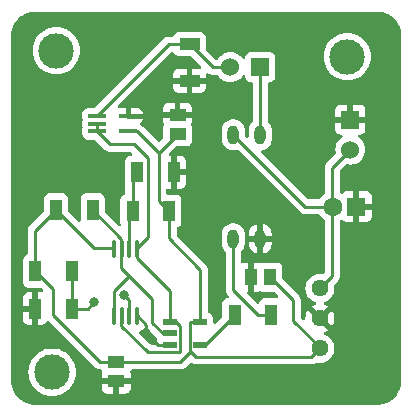
<source format=gbr>
%TF.GenerationSoftware,KiCad,Pcbnew,8.0.2*%
%TF.CreationDate,2024-06-16T16:48:48+02:00*%
%TF.ProjectId,SCS LEDs,53435320-4c45-4447-932e-6b696361645f,rev?*%
%TF.SameCoordinates,Original*%
%TF.FileFunction,Copper,L1,Top*%
%TF.FilePolarity,Positive*%
%FSLAX46Y46*%
G04 Gerber Fmt 4.6, Leading zero omitted, Abs format (unit mm)*
G04 Created by KiCad (PCBNEW 8.0.2) date 2024-06-16 16:48:48*
%MOMM*%
%LPD*%
G01*
G04 APERTURE LIST*
G04 Aperture macros list*
%AMRoundRect*
0 Rectangle with rounded corners*
0 $1 Rounding radius*
0 $2 $3 $4 $5 $6 $7 $8 $9 X,Y pos of 4 corners*
0 Add a 4 corners polygon primitive as box body*
4,1,4,$2,$3,$4,$5,$6,$7,$8,$9,$2,$3,0*
0 Add four circle primitives for the rounded corners*
1,1,$1+$1,$2,$3*
1,1,$1+$1,$4,$5*
1,1,$1+$1,$6,$7*
1,1,$1+$1,$8,$9*
0 Add four rect primitives between the rounded corners*
20,1,$1+$1,$2,$3,$4,$5,0*
20,1,$1+$1,$4,$5,$6,$7,0*
20,1,$1+$1,$6,$7,$8,$9,0*
20,1,$1+$1,$8,$9,$2,$3,0*%
G04 Aperture macros list end*
%TA.AperFunction,SMDPad,CuDef*%
%ADD10RoundRect,0.100000X0.100000X-0.637500X0.100000X0.637500X-0.100000X0.637500X-0.100000X-0.637500X0*%
%TD*%
%TA.AperFunction,SMDPad,CuDef*%
%ADD11R,1.050000X1.800000*%
%TD*%
%TA.AperFunction,ComponentPad*%
%ADD12R,1.600000X1.600000*%
%TD*%
%TA.AperFunction,ComponentPad*%
%ADD13C,1.600000*%
%TD*%
%TA.AperFunction,SMDPad,CuDef*%
%ADD14O,0.950000X1.600000*%
%TD*%
%TA.AperFunction,SMDPad,CuDef*%
%ADD15R,1.150000X0.600000*%
%TD*%
%TA.AperFunction,ComponentPad*%
%ADD16R,1.530000X1.530000*%
%TD*%
%TA.AperFunction,ComponentPad*%
%ADD17C,1.530000*%
%TD*%
%TA.AperFunction,SMDPad,CuDef*%
%ADD18R,1.470000X1.070000*%
%TD*%
%TA.AperFunction,ComponentPad*%
%ADD19C,3.000000*%
%TD*%
%TA.AperFunction,SMDPad,CuDef*%
%ADD20R,1.070000X1.470000*%
%TD*%
%TA.AperFunction,SMDPad,CuDef*%
%ADD21R,1.800000X1.050000*%
%TD*%
%TA.AperFunction,ComponentPad*%
%ADD22C,1.440000*%
%TD*%
%TA.AperFunction,SMDPad,CuDef*%
%ADD23RoundRect,0.100000X-0.650000X-0.100000X0.650000X-0.100000X0.650000X0.100000X-0.650000X0.100000X0*%
%TD*%
%TA.AperFunction,ViaPad*%
%ADD24C,0.800000*%
%TD*%
%TA.AperFunction,Conductor*%
%ADD25C,0.250000*%
%TD*%
G04 APERTURE END LIST*
D10*
%TO.P,U2,1*%
%TO.N,/SCS_Failure*%
X76520000Y-73805100D03*
%TO.P,U2,2,-*%
%TO.N,/LED_On*%
X77170000Y-73805100D03*
%TO.P,U2,3,+*%
%TO.N,/0.75V*%
X77820000Y-73805100D03*
%TO.P,U2,4,V-*%
%TO.N,GND*%
X78470000Y-73805100D03*
%TO.P,U2,5,+*%
%TO.N,/LED_On*%
X78470000Y-68080100D03*
%TO.P,U2,6,-*%
%TO.N,/4.25V*%
X77820000Y-68080100D03*
%TO.P,U2,7*%
%TO.N,/SCS_Failure*%
X77170000Y-68080100D03*
%TO.P,U2,8,V+*%
%TO.N,+5V*%
X76520000Y-68080100D03*
%TD*%
D11*
%TO.P,R1,1*%
%TO.N,Net-(K1-+_CONTROL)*%
X89815000Y-73660000D03*
%TO.P,R1,2*%
%TO.N,Net-(G1-Y)*%
X86715000Y-73660000D03*
%TD*%
D12*
%TO.P,C1,1*%
%TO.N,GND*%
X97028000Y-64516000D03*
D13*
%TO.P,C1,2*%
%TO.N,+12V*%
X95028000Y-64516000D03*
%TD*%
D11*
%TO.P,R3,1*%
%TO.N,+5V*%
X71602000Y-64770000D03*
%TO.P,R3,2*%
%TO.N,/SCS_Failure*%
X74702000Y-64770000D03*
%TD*%
D14*
%TO.P,K1,1,+_CONTROL*%
%TO.N,Net-(K1-+_CONTROL)*%
X86614000Y-67220000D03*
%TO.P,K1,2,-_CONTROL*%
%TO.N,GND*%
X88900000Y-67220000D03*
%TO.P,K1,3,LOAD_1*%
%TO.N,/LED_Power*%
X88900000Y-58420000D03*
%TO.P,K1,4,LOAD_2*%
%TO.N,+12V*%
X86614000Y-58420000D03*
%TD*%
D15*
%TO.P,G1,1,A*%
%TO.N,/LED_On*%
X81220000Y-74300000D03*
%TO.P,G1,2,B*%
%TO.N,/SCS_Failure*%
X81220000Y-75250000D03*
%TO.P,G1,3,GND*%
%TO.N,GND*%
X81220000Y-76200000D03*
%TO.P,G1,4,Y*%
%TO.N,Net-(G1-Y)*%
X83820000Y-76200000D03*
%TO.P,G1,5,VCC*%
%TO.N,+5V*%
X83820000Y-74300000D03*
%TD*%
D16*
%TO.P,J1,1,1*%
%TO.N,/LED_Power*%
X88900000Y-52705000D03*
D17*
%TO.P,J1,2,2*%
%TO.N,/Raw_LED_On*%
X86360000Y-52705000D03*
%TD*%
D18*
%TO.P,C4,1*%
%TO.N,GND*%
X81889600Y-56736400D03*
%TO.P,C4,2*%
%TO.N,+5V*%
X81889600Y-58376400D03*
%TD*%
D11*
%TO.P,R5,1*%
%TO.N,GND*%
X69824000Y-73152000D03*
%TO.P,R5,2*%
%TO.N,/0.75V*%
X72924000Y-73152000D03*
%TD*%
D19*
%TO.P,,1*%
%TO.N,N/C*%
X71628000Y-51308000D03*
%TD*%
%TO.P,,1*%
%TO.N,N/C*%
X96266000Y-51816000D03*
%TD*%
D11*
%TO.P,R4,1*%
%TO.N,/0.75V*%
X72924000Y-69977000D03*
%TO.P,R4,2*%
%TO.N,+5V*%
X69824000Y-69977000D03*
%TD*%
D18*
%TO.P,C3,1*%
%TO.N,GND*%
X76708000Y-79306000D03*
%TO.P,C3,2*%
%TO.N,+5V*%
X76708000Y-77666000D03*
%TD*%
D11*
%TO.P,R7,1*%
%TO.N,GND*%
X81560000Y-61595000D03*
%TO.P,R7,2*%
%TO.N,/4.25V*%
X78460000Y-61595000D03*
%TD*%
D20*
%TO.P,C2,1*%
%TO.N,GND*%
X88080000Y-70485000D03*
%TO.P,C2,2*%
%TO.N,+5V*%
X89720000Y-70485000D03*
%TD*%
D16*
%TO.P,J2,1,1*%
%TO.N,GND*%
X96520000Y-57150000D03*
D17*
%TO.P,J2,2,2*%
%TO.N,+12V*%
X96520000Y-59690000D03*
%TD*%
D21*
%TO.P,R2,1*%
%TO.N,/Raw_LED_On*%
X82905600Y-50748600D03*
%TO.P,R2,2*%
%TO.N,GND*%
X82905600Y-53848600D03*
%TD*%
D11*
%TO.P,R6,1*%
%TO.N,/4.25V*%
X78079000Y-64897000D03*
%TO.P,R6,2*%
%TO.N,+5V*%
X81179000Y-64897000D03*
%TD*%
D22*
%TO.P,U3,1,+VIN*%
%TO.N,+12V*%
X93948000Y-71435500D03*
%TO.P,U3,2,GND*%
%TO.N,GND*%
X93948000Y-73975500D03*
%TO.P,U3,3,+VOUT*%
%TO.N,+5V*%
X93948000Y-76515500D03*
%TD*%
D19*
%TO.P,,1*%
%TO.N,N/C*%
X71272400Y-78536800D03*
%TD*%
D23*
%TO.P,U1,1,+*%
%TO.N,/Raw_LED_On*%
X75073200Y-56855600D03*
%TO.P,U1,2,-*%
%TO.N,/LED_On*%
X75073200Y-57505600D03*
%TO.P,U1,3*%
X75073200Y-58155600D03*
%TO.P,U1,4,V+*%
%TO.N,+5V*%
X77733200Y-58155600D03*
%TO.P,U1,5,V-*%
%TO.N,GND*%
X77733200Y-56855600D03*
%TD*%
D24*
%TO.N,GND*%
X83058000Y-78994000D03*
X79248000Y-75184000D03*
%TO.N,/0.75V*%
X77368400Y-71983600D03*
X74828400Y-72593200D03*
%TD*%
D25*
%TO.N,+5V*%
X78501000Y-58155600D02*
X80290000Y-59944600D01*
X83445799Y-77235499D02*
X93228001Y-77235499D01*
X71374000Y-73677000D02*
X71374000Y-71527000D01*
X83820000Y-74300000D02*
X83369200Y-74300000D01*
X82918300Y-76708000D02*
X83445799Y-77235499D01*
X80290000Y-59976000D02*
X81889600Y-58376400D01*
X74835500Y-68003500D02*
X76495000Y-68003500D01*
X71374000Y-71527000D02*
X69824000Y-69977000D01*
X93948000Y-76515500D02*
X93948000Y-76422000D01*
X69824000Y-66548000D02*
X71602000Y-64770000D01*
X82918300Y-76854400D02*
X82106700Y-77666000D01*
X83820000Y-69850000D02*
X83820000Y-74300000D01*
X81179000Y-67209000D02*
X83820000Y-69850000D01*
X81179000Y-64897000D02*
X80290000Y-64008000D01*
X80290000Y-59944600D02*
X80290000Y-59976000D01*
X80290000Y-64008000D02*
X80290000Y-59976000D01*
X83369200Y-74300000D02*
X82918300Y-74300000D01*
X76708000Y-77666000D02*
X75363000Y-77666000D01*
X71602000Y-64770000D02*
X74835500Y-68003500D01*
X93228001Y-77235499D02*
X93948000Y-76515500D01*
X82106700Y-77666000D02*
X76708000Y-77666000D01*
X82918300Y-76708000D02*
X82918300Y-74300000D01*
X81179000Y-64897000D02*
X81179000Y-67209000D01*
X75363000Y-77666000D02*
X71374000Y-73677000D01*
X91694000Y-74168000D02*
X91694000Y-72459000D01*
X69824000Y-69977000D02*
X69824000Y-66548000D01*
X93948000Y-76422000D02*
X91694000Y-74168000D01*
X91694000Y-72459000D02*
X89720000Y-70485000D01*
X77733200Y-58155600D02*
X78501000Y-58155600D01*
X82918300Y-76854400D02*
X82918300Y-76708000D01*
%TO.N,/LED_On*%
X78445000Y-68892500D02*
X81220000Y-71667500D01*
X79365000Y-76825000D02*
X77145000Y-74605000D01*
X75073200Y-57505600D02*
X75073200Y-58155600D01*
X75073200Y-58155600D02*
X76150400Y-59232800D01*
X79375000Y-67073500D02*
X78445000Y-68003500D01*
X82120000Y-74625000D02*
X82120000Y-76825000D01*
X76150400Y-59232800D02*
X78172800Y-59232800D01*
X77145000Y-74605000D02*
X77145000Y-73728500D01*
X81220000Y-74300000D02*
X81795000Y-74300000D01*
X82120000Y-76825000D02*
X79365000Y-76825000D01*
X78445000Y-68003500D02*
X78445000Y-68892500D01*
X78172800Y-59232800D02*
X79375000Y-60435000D01*
X81795000Y-74300000D02*
X82120000Y-74625000D01*
X79375000Y-60435000D02*
X79375000Y-67073500D01*
X81220000Y-71667500D02*
X81220000Y-74300000D01*
%TO.N,GND*%
X80264000Y-76200000D02*
X81220000Y-76200000D01*
X79248000Y-75184000D02*
X79248000Y-74531500D01*
X79248000Y-75184000D02*
X80264000Y-76200000D01*
X79248000Y-74531500D02*
X78445000Y-73728500D01*
%TO.N,Net-(G1-Y)*%
X84175000Y-76200000D02*
X83820000Y-76200000D01*
X86715000Y-73660000D02*
X84175000Y-76200000D01*
%TO.N,+12V*%
X94996000Y-64484000D02*
X94996000Y-61214000D01*
X92710000Y-64516000D02*
X95028000Y-64516000D01*
X94996000Y-64548000D02*
X95028000Y-64516000D01*
X86614000Y-58420000D02*
X92710000Y-64516000D01*
X95028000Y-64516000D02*
X94996000Y-64484000D01*
X94996000Y-61214000D02*
X96520000Y-59690000D01*
X93948000Y-71435500D02*
X94996000Y-70387500D01*
X94996000Y-70387500D02*
X94996000Y-64548000D01*
%TO.N,/SCS_Failure*%
X77145000Y-69728200D02*
X77774800Y-70358000D01*
X76520000Y-71633000D02*
X76520000Y-73805100D01*
X77795000Y-70358000D02*
X79756000Y-72319000D01*
X77145000Y-67266001D02*
X77145000Y-69728200D01*
X77774800Y-70358000D02*
X77795000Y-70358000D01*
X80628406Y-75250000D02*
X81220000Y-75250000D01*
X77795000Y-70358000D02*
X76520000Y-71633000D01*
X74702000Y-64823001D02*
X77145000Y-67266001D01*
X79756000Y-72319000D02*
X79756000Y-74377594D01*
X74702000Y-64770000D02*
X74702000Y-64823001D01*
X79756000Y-74377594D02*
X80628406Y-75250000D01*
%TO.N,/Raw_LED_On*%
X82905600Y-50748600D02*
X81180200Y-50748600D01*
X86360000Y-52705000D02*
X84862000Y-52705000D01*
X84862000Y-52705000D02*
X82905600Y-50748600D01*
X81180200Y-50748600D02*
X75073200Y-56855600D01*
%TO.N,/LED_Power*%
X88900000Y-52705000D02*
X88900000Y-58420000D01*
%TO.N,Net-(K1-+_CONTROL)*%
X88683300Y-73660000D02*
X86614000Y-71590700D01*
X86614000Y-71590700D02*
X86614000Y-67220000D01*
X89815000Y-73660000D02*
X88683300Y-73660000D01*
%TO.N,/0.75V*%
X72924000Y-69977000D02*
X72924000Y-73152000D01*
X77368400Y-71983600D02*
X77820000Y-72435200D01*
X74269600Y-73152000D02*
X72924000Y-73152000D01*
X77820000Y-72435200D02*
X77820000Y-73805100D01*
X74828400Y-72593200D02*
X74269600Y-73152000D01*
%TO.N,/4.25V*%
X78079000Y-61976000D02*
X78079000Y-64897000D01*
X77820000Y-68080100D02*
X77820000Y-65156000D01*
X78460000Y-61595000D02*
X78079000Y-61976000D01*
X77820000Y-65156000D02*
X78079000Y-64897000D01*
%TD*%
%TA.AperFunction,Conductor*%
%TO.N,GND*%
G36*
X79258831Y-74763185D02*
G01*
X79265909Y-74771921D01*
X79266278Y-74771619D01*
X79270139Y-74776323D01*
X79270142Y-74776327D01*
X79357267Y-74863452D01*
X79357269Y-74863453D01*
X79364335Y-74870519D01*
X79364334Y-74870519D01*
X79364338Y-74870522D01*
X80131602Y-75637787D01*
X80160065Y-75682032D01*
X80160157Y-75682278D01*
X80165202Y-75751965D01*
X80160196Y-75769044D01*
X80151402Y-75792623D01*
X80151401Y-75792624D01*
X80145000Y-75852155D01*
X80145000Y-76075500D01*
X80125315Y-76142539D01*
X80072511Y-76188294D01*
X80021000Y-76199500D01*
X79675452Y-76199500D01*
X79608413Y-76179815D01*
X79587771Y-76163181D01*
X78661525Y-75236935D01*
X78628040Y-75175612D01*
X78633024Y-75105920D01*
X78674896Y-75049987D01*
X78719471Y-75031839D01*
X78718780Y-75029260D01*
X78726633Y-75027155D01*
X78872585Y-74966700D01*
X78997926Y-74870523D01*
X79071737Y-74774331D01*
X79128165Y-74733128D01*
X79197911Y-74728973D01*
X79258831Y-74763185D01*
G37*
%TD.AperFunction*%
%TA.AperFunction,Conductor*%
G36*
X81484572Y-51431331D02*
G01*
X81540505Y-51473203D01*
X81557419Y-51504176D01*
X81561803Y-51515929D01*
X81561806Y-51515935D01*
X81648052Y-51631144D01*
X81648055Y-51631147D01*
X81763264Y-51717393D01*
X81763271Y-51717397D01*
X81898117Y-51767691D01*
X81898116Y-51767691D01*
X81905044Y-51768435D01*
X81957727Y-51774100D01*
X82995146Y-51774099D01*
X83062185Y-51793783D01*
X83082827Y-51810418D01*
X83884328Y-52611919D01*
X83917813Y-52673242D01*
X83912829Y-52742934D01*
X83870957Y-52798867D01*
X83805493Y-52823284D01*
X83796647Y-52823600D01*
X83155600Y-52823600D01*
X83155600Y-53598600D01*
X84305600Y-53598600D01*
X84305600Y-53317495D01*
X84325285Y-53250456D01*
X84378089Y-53204701D01*
X84447247Y-53194757D01*
X84498488Y-53214392D01*
X84565714Y-53259311D01*
X84679548Y-53306463D01*
X84800388Y-53330499D01*
X84800392Y-53330500D01*
X84800393Y-53330500D01*
X84800394Y-53330500D01*
X85188539Y-53330500D01*
X85255578Y-53350185D01*
X85290112Y-53383374D01*
X85386868Y-53521555D01*
X85543445Y-53678132D01*
X85724833Y-53805142D01*
X85845572Y-53861443D01*
X85925513Y-53898720D01*
X85925515Y-53898720D01*
X85925520Y-53898723D01*
X86139409Y-53956035D01*
X86296974Y-53969820D01*
X86359998Y-53975334D01*
X86360000Y-53975334D01*
X86360002Y-53975334D01*
X86415276Y-53970498D01*
X86580591Y-53956035D01*
X86794480Y-53898723D01*
X86995167Y-53805142D01*
X87176555Y-53678132D01*
X87333132Y-53521555D01*
X87408928Y-53413307D01*
X87463501Y-53369685D01*
X87533000Y-53362491D01*
X87595355Y-53394013D01*
X87630769Y-53454243D01*
X87634500Y-53484430D01*
X87634500Y-53517868D01*
X87634501Y-53517876D01*
X87640908Y-53577483D01*
X87691202Y-53712328D01*
X87691206Y-53712335D01*
X87777452Y-53827544D01*
X87777455Y-53827547D01*
X87892664Y-53913793D01*
X87892671Y-53913797D01*
X87937618Y-53930561D01*
X88027517Y-53964091D01*
X88087127Y-53970500D01*
X88150500Y-53970499D01*
X88217538Y-53990183D01*
X88263294Y-54042986D01*
X88274500Y-54094499D01*
X88274500Y-57289572D01*
X88254815Y-57356611D01*
X88238181Y-57377253D01*
X88142282Y-57473151D01*
X88142279Y-57473155D01*
X88035521Y-57632929D01*
X88035520Y-57632931D01*
X87961989Y-57810452D01*
X87961986Y-57810464D01*
X87924500Y-57998917D01*
X87924500Y-58546548D01*
X87904815Y-58613587D01*
X87852011Y-58659342D01*
X87782853Y-58669286D01*
X87719297Y-58640261D01*
X87712819Y-58634229D01*
X87625819Y-58547229D01*
X87592334Y-58485906D01*
X87589500Y-58459548D01*
X87589500Y-57998919D01*
X87589499Y-57998917D01*
X87565457Y-57878050D01*
X87552012Y-57810457D01*
X87540701Y-57783150D01*
X87478479Y-57632931D01*
X87478478Y-57632929D01*
X87474727Y-57627316D01*
X87371720Y-57473155D01*
X87371717Y-57473151D01*
X87235848Y-57337282D01*
X87235844Y-57337279D01*
X87076070Y-57230521D01*
X87076068Y-57230520D01*
X86898547Y-57156989D01*
X86898535Y-57156986D01*
X86710081Y-57119500D01*
X86710078Y-57119500D01*
X86517922Y-57119500D01*
X86517919Y-57119500D01*
X86329464Y-57156986D01*
X86329452Y-57156989D01*
X86151931Y-57230520D01*
X86151929Y-57230521D01*
X85992155Y-57337279D01*
X85992151Y-57337282D01*
X85856282Y-57473151D01*
X85856279Y-57473155D01*
X85749521Y-57632929D01*
X85749520Y-57632931D01*
X85675989Y-57810452D01*
X85675986Y-57810464D01*
X85638500Y-57998917D01*
X85638500Y-58841082D01*
X85675986Y-59029535D01*
X85675989Y-59029547D01*
X85749520Y-59207068D01*
X85749521Y-59207070D01*
X85856279Y-59366844D01*
X85856282Y-59366848D01*
X85992151Y-59502717D01*
X85992155Y-59502720D01*
X86151927Y-59609477D01*
X86151928Y-59609477D01*
X86151929Y-59609478D01*
X86151931Y-59609479D01*
X86205165Y-59631529D01*
X86329457Y-59683012D01*
X86483817Y-59713716D01*
X86517917Y-59720499D01*
X86517920Y-59720500D01*
X86517922Y-59720500D01*
X86710080Y-59720500D01*
X86710081Y-59720499D01*
X86898543Y-59683012D01*
X86898550Y-59683008D01*
X86899439Y-59682740D01*
X86899935Y-59682735D01*
X86904518Y-59681824D01*
X86904690Y-59682692D01*
X86969306Y-59682110D01*
X87023126Y-59713716D01*
X92221016Y-64911606D01*
X92221045Y-64911637D01*
X92311264Y-65001856D01*
X92311267Y-65001858D01*
X92359157Y-65033857D01*
X92413715Y-65070312D01*
X92471855Y-65094394D01*
X92527548Y-65117463D01*
X92587971Y-65129481D01*
X92648393Y-65141500D01*
X92648394Y-65141500D01*
X93813812Y-65141500D01*
X93880851Y-65161185D01*
X93915387Y-65194377D01*
X94027954Y-65355141D01*
X94188857Y-65516044D01*
X94188860Y-65516046D01*
X94188861Y-65516047D01*
X94317623Y-65606206D01*
X94361248Y-65660781D01*
X94370500Y-65707780D01*
X94370500Y-70077046D01*
X94350815Y-70144085D01*
X94334180Y-70164728D01*
X94297500Y-70201407D01*
X94236176Y-70234892D01*
X94177731Y-70233501D01*
X94160754Y-70228952D01*
X94160741Y-70228950D01*
X93948002Y-70210338D01*
X93947998Y-70210338D01*
X93735258Y-70228950D01*
X93735247Y-70228952D01*
X93528977Y-70284221D01*
X93528968Y-70284225D01*
X93335421Y-70374477D01*
X93160478Y-70496972D01*
X93009472Y-70647978D01*
X92886977Y-70822921D01*
X92796725Y-71016468D01*
X92796721Y-71016477D01*
X92741452Y-71222747D01*
X92741450Y-71222758D01*
X92722838Y-71435498D01*
X92722838Y-71435501D01*
X92741450Y-71648241D01*
X92741452Y-71648252D01*
X92796721Y-71854522D01*
X92796723Y-71854526D01*
X92796724Y-71854530D01*
X92827399Y-71920312D01*
X92886977Y-72048078D01*
X92886978Y-72048080D01*
X92886979Y-72048081D01*
X92891234Y-72054158D01*
X93009472Y-72223021D01*
X93160478Y-72374027D01*
X93160481Y-72374029D01*
X93335419Y-72496521D01*
X93335421Y-72496522D01*
X93335420Y-72496522D01*
X93380775Y-72517671D01*
X93528970Y-72586776D01*
X93528983Y-72586779D01*
X93534064Y-72588630D01*
X93533390Y-72590478D01*
X93585680Y-72622357D01*
X93616204Y-72685207D01*
X93607903Y-72754582D01*
X93563413Y-72808456D01*
X93533904Y-72821932D01*
X93534236Y-72822842D01*
X93529140Y-72824697D01*
X93335671Y-72914912D01*
X93335669Y-72914913D01*
X93279969Y-72953915D01*
X93279968Y-72953915D01*
X93843085Y-73517031D01*
X93766587Y-73537529D01*
X93659413Y-73599406D01*
X93571906Y-73686913D01*
X93510029Y-73794087D01*
X93489531Y-73870584D01*
X92926415Y-73307468D01*
X92926415Y-73307469D01*
X92887413Y-73363169D01*
X92887412Y-73363171D01*
X92797197Y-73556640D01*
X92797194Y-73556646D01*
X92741945Y-73762837D01*
X92741944Y-73762845D01*
X92723340Y-73975497D01*
X92723340Y-73975503D01*
X92725981Y-74005694D01*
X92712214Y-74074194D01*
X92663598Y-74124376D01*
X92595569Y-74140309D01*
X92529726Y-74116933D01*
X92514772Y-74104181D01*
X92355819Y-73945228D01*
X92322334Y-73883905D01*
X92319500Y-73857547D01*
X92319500Y-72526741D01*
X92319501Y-72526720D01*
X92319501Y-72397391D01*
X92295464Y-72276553D01*
X92295463Y-72276550D01*
X92295463Y-72276549D01*
X92287529Y-72257396D01*
X92287529Y-72257394D01*
X92270466Y-72216200D01*
X92248312Y-72162715D01*
X92248308Y-72162708D01*
X92179858Y-72060267D01*
X92179855Y-72060263D01*
X90791818Y-70672227D01*
X90758333Y-70610904D01*
X90755499Y-70584546D01*
X90755499Y-69702129D01*
X90755498Y-69702123D01*
X90749091Y-69642516D01*
X90698797Y-69507671D01*
X90698793Y-69507664D01*
X90612547Y-69392455D01*
X90612544Y-69392452D01*
X90497335Y-69306206D01*
X90497328Y-69306202D01*
X90362482Y-69255908D01*
X90362483Y-69255908D01*
X90302883Y-69249501D01*
X90302881Y-69249500D01*
X90302873Y-69249500D01*
X90302864Y-69249500D01*
X89137129Y-69249500D01*
X89137123Y-69249501D01*
X89077515Y-69255909D01*
X88942617Y-69306222D01*
X88872926Y-69311206D01*
X88855952Y-69306222D01*
X88722380Y-69256403D01*
X88722372Y-69256401D01*
X88662844Y-69250000D01*
X88330000Y-69250000D01*
X88330000Y-71720000D01*
X88662828Y-71720000D01*
X88662844Y-71719999D01*
X88722372Y-71713598D01*
X88722376Y-71713597D01*
X88855951Y-71663776D01*
X88925642Y-71658792D01*
X88942619Y-71663776D01*
X88942665Y-71663793D01*
X88942669Y-71663796D01*
X89077517Y-71714091D01*
X89137127Y-71720500D01*
X90019546Y-71720499D01*
X90086585Y-71740183D01*
X90107227Y-71756818D01*
X90398228Y-72047819D01*
X90431713Y-72109142D01*
X90426729Y-72178834D01*
X90384857Y-72234767D01*
X90319393Y-72259184D01*
X90310547Y-72259500D01*
X89242129Y-72259500D01*
X89242123Y-72259501D01*
X89182516Y-72265908D01*
X89047671Y-72316202D01*
X89047664Y-72316206D01*
X88932455Y-72402452D01*
X88932452Y-72402455D01*
X88846206Y-72517664D01*
X88846202Y-72517671D01*
X88799361Y-72643260D01*
X88757490Y-72699194D01*
X88692025Y-72723611D01*
X88623752Y-72708759D01*
X88595498Y-72687608D01*
X87816626Y-71908736D01*
X87783141Y-71847413D01*
X87788125Y-71777721D01*
X87816626Y-71733374D01*
X87830000Y-71720000D01*
X87830000Y-69250000D01*
X87497155Y-69250000D01*
X87437627Y-69256401D01*
X87437619Y-69256403D01*
X87406833Y-69267886D01*
X87337141Y-69272870D01*
X87275818Y-69239385D01*
X87242334Y-69178061D01*
X87239500Y-69151704D01*
X87239500Y-68350427D01*
X87259185Y-68283388D01*
X87275814Y-68262750D01*
X87371720Y-68166845D01*
X87478477Y-68007073D01*
X87552012Y-67829543D01*
X87589500Y-67641078D01*
X87589500Y-67641033D01*
X87925000Y-67641033D01*
X87962466Y-67829389D01*
X87962468Y-67829397D01*
X88035964Y-68006833D01*
X88035969Y-68006842D01*
X88142667Y-68166526D01*
X88142670Y-68166530D01*
X88278469Y-68302329D01*
X88278473Y-68302332D01*
X88438157Y-68409030D01*
X88438167Y-68409035D01*
X88615599Y-68482530D01*
X88615606Y-68482533D01*
X88650000Y-68489373D01*
X88650000Y-68489372D01*
X89150000Y-68489372D01*
X89184393Y-68482533D01*
X89184400Y-68482530D01*
X89361832Y-68409035D01*
X89361842Y-68409030D01*
X89521526Y-68302332D01*
X89521530Y-68302329D01*
X89657329Y-68166530D01*
X89657332Y-68166526D01*
X89764030Y-68006842D01*
X89764035Y-68006833D01*
X89837531Y-67829397D01*
X89837533Y-67829389D01*
X89874999Y-67641033D01*
X89875000Y-67641030D01*
X89875000Y-67470000D01*
X89150000Y-67470000D01*
X89150000Y-68489372D01*
X88650000Y-68489372D01*
X88650000Y-67470000D01*
X87925000Y-67470000D01*
X87925000Y-67641033D01*
X87589500Y-67641033D01*
X87589500Y-66798966D01*
X87925000Y-66798966D01*
X87925000Y-66970000D01*
X88650000Y-66970000D01*
X89150000Y-66970000D01*
X89875000Y-66970000D01*
X89875000Y-66798970D01*
X89874999Y-66798966D01*
X89837533Y-66610610D01*
X89837531Y-66610602D01*
X89764035Y-66433166D01*
X89764030Y-66433157D01*
X89657332Y-66273473D01*
X89657329Y-66273469D01*
X89521530Y-66137670D01*
X89521526Y-66137667D01*
X89361842Y-66030969D01*
X89361833Y-66030964D01*
X89184397Y-65957468D01*
X89184389Y-65957466D01*
X89150000Y-65950625D01*
X89150000Y-66970000D01*
X88650000Y-66970000D01*
X88650000Y-65950625D01*
X88615610Y-65957466D01*
X88615602Y-65957468D01*
X88438166Y-66030964D01*
X88438157Y-66030969D01*
X88278473Y-66137667D01*
X88278469Y-66137670D01*
X88142670Y-66273469D01*
X88142667Y-66273473D01*
X88035969Y-66433157D01*
X88035964Y-66433166D01*
X87962468Y-66610602D01*
X87962466Y-66610610D01*
X87925000Y-66798966D01*
X87589500Y-66798966D01*
X87589500Y-66798922D01*
X87589500Y-66798919D01*
X87589499Y-66798917D01*
X87573633Y-66719154D01*
X87552012Y-66610457D01*
X87478576Y-66433166D01*
X87478479Y-66432931D01*
X87478478Y-66432929D01*
X87444568Y-66382180D01*
X87371720Y-66273155D01*
X87371717Y-66273151D01*
X87235848Y-66137282D01*
X87235844Y-66137279D01*
X87076070Y-66030521D01*
X87076068Y-66030520D01*
X86898547Y-65956989D01*
X86898535Y-65956986D01*
X86710081Y-65919500D01*
X86710078Y-65919500D01*
X86517922Y-65919500D01*
X86517919Y-65919500D01*
X86329464Y-65956986D01*
X86329452Y-65956989D01*
X86151931Y-66030520D01*
X86151929Y-66030521D01*
X85992155Y-66137279D01*
X85992151Y-66137282D01*
X85856282Y-66273151D01*
X85856279Y-66273155D01*
X85749521Y-66432929D01*
X85749520Y-66432931D01*
X85675989Y-66610452D01*
X85675986Y-66610464D01*
X85638500Y-66798917D01*
X85638500Y-67641082D01*
X85675986Y-67829535D01*
X85675989Y-67829547D01*
X85749520Y-68007068D01*
X85749521Y-68007070D01*
X85856278Y-68166843D01*
X85856279Y-68166844D01*
X85856280Y-68166845D01*
X85952182Y-68262747D01*
X85985666Y-68324068D01*
X85988500Y-68350427D01*
X85988500Y-71652306D01*
X86008230Y-71751501D01*
X86012537Y-71773151D01*
X86012538Y-71773155D01*
X86059685Y-71886980D01*
X86059687Y-71886983D01*
X86059688Y-71886986D01*
X86081956Y-71920312D01*
X86093914Y-71938207D01*
X86093915Y-71938209D01*
X86128141Y-71989433D01*
X86190083Y-72051375D01*
X86223568Y-72112698D01*
X86218584Y-72182390D01*
X86176712Y-72238323D01*
X86115657Y-72262345D01*
X86082520Y-72265907D01*
X85947671Y-72316202D01*
X85947664Y-72316206D01*
X85832455Y-72402452D01*
X85832452Y-72402455D01*
X85746206Y-72517664D01*
X85746202Y-72517671D01*
X85695908Y-72652517D01*
X85689501Y-72712116D01*
X85689500Y-72712135D01*
X85689500Y-73749546D01*
X85669815Y-73816585D01*
X85653181Y-73837227D01*
X85107180Y-74383228D01*
X85045857Y-74416713D01*
X84976165Y-74411729D01*
X84920232Y-74369857D01*
X84895815Y-74304393D01*
X84895499Y-74295547D01*
X84895499Y-73952129D01*
X84895498Y-73952123D01*
X84891136Y-73911546D01*
X84889091Y-73892517D01*
X84874535Y-73853491D01*
X84838796Y-73757669D01*
X84838793Y-73757664D01*
X84752547Y-73642455D01*
X84752544Y-73642452D01*
X84637335Y-73556206D01*
X84637329Y-73556203D01*
X84526166Y-73514741D01*
X84470233Y-73472869D01*
X84445816Y-73407405D01*
X84445500Y-73398559D01*
X84445500Y-69788395D01*
X84445500Y-69788394D01*
X84439163Y-69756537D01*
X84421463Y-69667549D01*
X84421460Y-69667543D01*
X84421459Y-69667538D01*
X84374314Y-69553718D01*
X84374312Y-69553715D01*
X84374312Y-69553714D01*
X84340084Y-69502490D01*
X84305858Y-69451267D01*
X84305856Y-69451264D01*
X84215637Y-69361045D01*
X84215606Y-69361016D01*
X81840819Y-66986229D01*
X81807334Y-66924906D01*
X81804500Y-66898548D01*
X81804500Y-66379790D01*
X81824185Y-66312751D01*
X81876989Y-66266996D01*
X81885146Y-66263616D01*
X81946331Y-66240796D01*
X82061546Y-66154546D01*
X82147796Y-66039331D01*
X82198091Y-65904483D01*
X82204500Y-65844873D01*
X82204499Y-63949128D01*
X82198091Y-63889517D01*
X82147796Y-63754669D01*
X82147795Y-63754668D01*
X82147793Y-63754664D01*
X82061547Y-63639455D01*
X82061544Y-63639452D01*
X81946335Y-63553206D01*
X81946328Y-63553202D01*
X81811482Y-63502908D01*
X81811483Y-63502908D01*
X81751883Y-63496501D01*
X81751881Y-63496500D01*
X81751873Y-63496500D01*
X81751865Y-63496500D01*
X81039500Y-63496500D01*
X80972461Y-63476815D01*
X80926706Y-63424011D01*
X80915500Y-63372500D01*
X80915500Y-63119000D01*
X80935185Y-63051961D01*
X80987989Y-63006206D01*
X81039500Y-62995000D01*
X81310000Y-62995000D01*
X81810000Y-62995000D01*
X82132828Y-62995000D01*
X82132844Y-62994999D01*
X82192372Y-62988598D01*
X82192379Y-62988596D01*
X82327086Y-62938354D01*
X82327093Y-62938350D01*
X82442187Y-62852190D01*
X82442190Y-62852187D01*
X82528350Y-62737093D01*
X82528354Y-62737086D01*
X82578596Y-62602379D01*
X82578598Y-62602372D01*
X82584999Y-62542844D01*
X82585000Y-62542827D01*
X82585000Y-61845000D01*
X81810000Y-61845000D01*
X81810000Y-62995000D01*
X81310000Y-62995000D01*
X81310000Y-61345000D01*
X81810000Y-61345000D01*
X82585000Y-61345000D01*
X82585000Y-60647172D01*
X82584999Y-60647155D01*
X82578598Y-60587627D01*
X82578596Y-60587620D01*
X82528354Y-60452913D01*
X82528350Y-60452906D01*
X82442190Y-60337812D01*
X82442187Y-60337809D01*
X82327093Y-60251649D01*
X82327086Y-60251645D01*
X82192379Y-60201403D01*
X82192372Y-60201401D01*
X82132844Y-60195000D01*
X81810000Y-60195000D01*
X81810000Y-61345000D01*
X81310000Y-61345000D01*
X81310000Y-60195000D01*
X81254951Y-60195000D01*
X81187912Y-60175315D01*
X81142157Y-60122511D01*
X81132213Y-60053353D01*
X81161238Y-59989797D01*
X81167260Y-59983329D01*
X81702371Y-59448217D01*
X81763694Y-59414733D01*
X81790052Y-59411899D01*
X82672471Y-59411899D01*
X82672472Y-59411899D01*
X82732083Y-59405491D01*
X82866931Y-59355196D01*
X82982146Y-59268946D01*
X83068396Y-59153731D01*
X83118691Y-59018883D01*
X83125100Y-58959273D01*
X83125099Y-57793528D01*
X83118691Y-57733917D01*
X83068396Y-57599069D01*
X83068393Y-57599065D01*
X83068376Y-57599019D01*
X83063392Y-57529327D01*
X83068376Y-57512351D01*
X83118197Y-57378776D01*
X83118198Y-57378772D01*
X83124599Y-57319244D01*
X83124600Y-57319227D01*
X83124600Y-56986400D01*
X80654600Y-56986400D01*
X80654600Y-57319244D01*
X80661001Y-57378772D01*
X80661003Y-57378780D01*
X80710822Y-57512352D01*
X80715806Y-57582044D01*
X80710822Y-57599017D01*
X80660509Y-57733914D01*
X80660508Y-57733916D01*
X80654101Y-57793516D01*
X80654101Y-57793523D01*
X80654100Y-57793535D01*
X80654100Y-58675947D01*
X80634415Y-58742986D01*
X80617781Y-58763628D01*
X80393380Y-58988028D01*
X80332057Y-59021513D01*
X80262365Y-59016529D01*
X80218018Y-58988028D01*
X78991198Y-57761208D01*
X78991178Y-57761186D01*
X78899735Y-57669743D01*
X78878379Y-57655473D01*
X78836241Y-57627318D01*
X78836242Y-57627318D01*
X78836240Y-57627316D01*
X78796863Y-57601005D01*
X78752058Y-57547392D01*
X78743352Y-57478067D01*
X78773508Y-57415040D01*
X78790269Y-57399528D01*
X78811123Y-57383526D01*
X78907300Y-57258186D01*
X78967755Y-57112231D01*
X78975212Y-57055600D01*
X77657200Y-57055600D01*
X77590161Y-57035915D01*
X77544406Y-56983111D01*
X77533200Y-56931600D01*
X77533200Y-56655600D01*
X77933200Y-56655600D01*
X78975210Y-56655600D01*
X78975211Y-56655598D01*
X78967757Y-56598972D01*
X78967755Y-56598966D01*
X78907300Y-56453014D01*
X78811124Y-56327675D01*
X78685786Y-56231499D01*
X78539834Y-56171045D01*
X78539830Y-56171044D01*
X78422530Y-56155600D01*
X77933200Y-56155600D01*
X77933200Y-56655600D01*
X77533200Y-56655600D01*
X77533200Y-56155600D01*
X77043882Y-56155600D01*
X76961417Y-56166456D01*
X76892382Y-56155688D01*
X76889979Y-56153555D01*
X80654600Y-56153555D01*
X80654600Y-56486400D01*
X81639600Y-56486400D01*
X82139600Y-56486400D01*
X83124600Y-56486400D01*
X83124600Y-56153572D01*
X83124599Y-56153555D01*
X83118198Y-56094027D01*
X83118196Y-56094020D01*
X83067954Y-55959313D01*
X83067950Y-55959306D01*
X82981790Y-55844212D01*
X82981787Y-55844209D01*
X82866693Y-55758049D01*
X82866686Y-55758045D01*
X82731979Y-55707803D01*
X82731972Y-55707801D01*
X82672444Y-55701400D01*
X82139600Y-55701400D01*
X82139600Y-56486400D01*
X81639600Y-56486400D01*
X81639600Y-55701400D01*
X81106755Y-55701400D01*
X81047227Y-55707801D01*
X81047220Y-55707803D01*
X80912513Y-55758045D01*
X80912506Y-55758049D01*
X80797412Y-55844209D01*
X80797409Y-55844212D01*
X80711249Y-55959306D01*
X80711245Y-55959313D01*
X80661003Y-56094020D01*
X80661001Y-56094027D01*
X80654600Y-56153555D01*
X76889979Y-56153555D01*
X76840127Y-56109307D01*
X76821243Y-56042038D01*
X76841725Y-55975238D01*
X76857548Y-55955841D01*
X78391945Y-54421444D01*
X81505600Y-54421444D01*
X81512001Y-54480972D01*
X81512003Y-54480979D01*
X81562245Y-54615686D01*
X81562249Y-54615693D01*
X81648409Y-54730787D01*
X81648412Y-54730790D01*
X81763506Y-54816950D01*
X81763513Y-54816954D01*
X81898220Y-54867196D01*
X81898227Y-54867198D01*
X81957755Y-54873599D01*
X81957772Y-54873600D01*
X82655600Y-54873600D01*
X83155600Y-54873600D01*
X83853428Y-54873600D01*
X83853444Y-54873599D01*
X83912972Y-54867198D01*
X83912979Y-54867196D01*
X84047686Y-54816954D01*
X84047693Y-54816950D01*
X84162787Y-54730790D01*
X84162790Y-54730787D01*
X84248950Y-54615693D01*
X84248954Y-54615686D01*
X84299196Y-54480979D01*
X84299198Y-54480972D01*
X84305599Y-54421444D01*
X84305600Y-54421427D01*
X84305600Y-54098600D01*
X83155600Y-54098600D01*
X83155600Y-54873600D01*
X82655600Y-54873600D01*
X82655600Y-54098600D01*
X81505600Y-54098600D01*
X81505600Y-54421444D01*
X78391945Y-54421444D01*
X79537634Y-53275755D01*
X81505600Y-53275755D01*
X81505600Y-53598600D01*
X82655600Y-53598600D01*
X82655600Y-52823600D01*
X81957755Y-52823600D01*
X81898227Y-52830001D01*
X81898220Y-52830003D01*
X81763513Y-52880245D01*
X81763506Y-52880249D01*
X81648412Y-52966409D01*
X81648409Y-52966412D01*
X81562249Y-53081506D01*
X81562245Y-53081513D01*
X81512003Y-53216220D01*
X81512001Y-53216227D01*
X81505600Y-53275755D01*
X79537634Y-53275755D01*
X81353559Y-51459830D01*
X81414880Y-51426347D01*
X81484572Y-51431331D01*
G37*
%TD.AperFunction*%
%TA.AperFunction,Conductor*%
G36*
X98839121Y-48006020D02*
G01*
X98973109Y-48008409D01*
X98988528Y-48009650D01*
X99254897Y-48047948D01*
X99272184Y-48051708D01*
X99529313Y-48127209D01*
X99545887Y-48133391D01*
X99655159Y-48183293D01*
X99789659Y-48244717D01*
X99805173Y-48253188D01*
X100030628Y-48398080D01*
X100044787Y-48408679D01*
X100247317Y-48584172D01*
X100259827Y-48596682D01*
X100435320Y-48799212D01*
X100445921Y-48813374D01*
X100590808Y-49038821D01*
X100599284Y-49054345D01*
X100710608Y-49298112D01*
X100716791Y-49314688D01*
X100792290Y-49571814D01*
X100796051Y-49589102D01*
X100834348Y-49855463D01*
X100835590Y-49870898D01*
X100837980Y-50004877D01*
X100838000Y-50007089D01*
X100838000Y-79278910D01*
X100837980Y-79281122D01*
X100835590Y-79415101D01*
X100834348Y-79430536D01*
X100796051Y-79696897D01*
X100792290Y-79714185D01*
X100716791Y-79971311D01*
X100710608Y-79987887D01*
X100599284Y-80231654D01*
X100590805Y-80247183D01*
X100445922Y-80472624D01*
X100435320Y-80486787D01*
X100259827Y-80689317D01*
X100247317Y-80701827D01*
X100044787Y-80877320D01*
X100030624Y-80887922D01*
X99805183Y-81032805D01*
X99789654Y-81041284D01*
X99545887Y-81152608D01*
X99529311Y-81158791D01*
X99272185Y-81234290D01*
X99254897Y-81238051D01*
X98988536Y-81276348D01*
X98973101Y-81277590D01*
X98842818Y-81279914D01*
X98839120Y-81279980D01*
X98836910Y-81280000D01*
X69819090Y-81280000D01*
X69816879Y-81279980D01*
X69813015Y-81279911D01*
X69682898Y-81277590D01*
X69667463Y-81276348D01*
X69401102Y-81238051D01*
X69383814Y-81234290D01*
X69126688Y-81158791D01*
X69110112Y-81152608D01*
X68866345Y-81041284D01*
X68850821Y-81032808D01*
X68625374Y-80887921D01*
X68611212Y-80877320D01*
X68408682Y-80701827D01*
X68396172Y-80689317D01*
X68220679Y-80486787D01*
X68210077Y-80472624D01*
X68138446Y-80361164D01*
X68065188Y-80247173D01*
X68056715Y-80231654D01*
X68041431Y-80198187D01*
X67945391Y-79987887D01*
X67939208Y-79971311D01*
X67863709Y-79714185D01*
X67859948Y-79696897D01*
X67821650Y-79430528D01*
X67820409Y-79415109D01*
X67818020Y-79281121D01*
X67818000Y-79278910D01*
X67818000Y-78536798D01*
X69266790Y-78536798D01*
X69266790Y-78536801D01*
X69287204Y-78822233D01*
X69348028Y-79101837D01*
X69348030Y-79101843D01*
X69348031Y-79101846D01*
X69414898Y-79281122D01*
X69448035Y-79369966D01*
X69585170Y-79621109D01*
X69585175Y-79621117D01*
X69756654Y-79850187D01*
X69756670Y-79850205D01*
X69958994Y-80052529D01*
X69959012Y-80052545D01*
X70188082Y-80224024D01*
X70188090Y-80224029D01*
X70439233Y-80361164D01*
X70439232Y-80361164D01*
X70439236Y-80361165D01*
X70439239Y-80361167D01*
X70707354Y-80461169D01*
X70707360Y-80461170D01*
X70707362Y-80461171D01*
X70986966Y-80521995D01*
X70986968Y-80521995D01*
X70986972Y-80521996D01*
X71240620Y-80540137D01*
X71272399Y-80542410D01*
X71272400Y-80542410D01*
X71272401Y-80542410D01*
X71300995Y-80540364D01*
X71557828Y-80521996D01*
X71837446Y-80461169D01*
X72105561Y-80361167D01*
X72356715Y-80224026D01*
X72585795Y-80052539D01*
X72749490Y-79888844D01*
X75473000Y-79888844D01*
X75479401Y-79948372D01*
X75479403Y-79948379D01*
X75529645Y-80083086D01*
X75529649Y-80083093D01*
X75615809Y-80198187D01*
X75615812Y-80198190D01*
X75730906Y-80284350D01*
X75730913Y-80284354D01*
X75865620Y-80334596D01*
X75865627Y-80334598D01*
X75925155Y-80340999D01*
X75925172Y-80341000D01*
X76458000Y-80341000D01*
X76958000Y-80341000D01*
X77490828Y-80341000D01*
X77490844Y-80340999D01*
X77550372Y-80334598D01*
X77550379Y-80334596D01*
X77685086Y-80284354D01*
X77685093Y-80284350D01*
X77800187Y-80198190D01*
X77800190Y-80198187D01*
X77886350Y-80083093D01*
X77886354Y-80083086D01*
X77936596Y-79948379D01*
X77936598Y-79948372D01*
X77942999Y-79888844D01*
X77943000Y-79888827D01*
X77943000Y-79556000D01*
X76958000Y-79556000D01*
X76958000Y-80341000D01*
X76458000Y-80341000D01*
X76458000Y-79556000D01*
X75473000Y-79556000D01*
X75473000Y-79888844D01*
X72749490Y-79888844D01*
X72788139Y-79850195D01*
X72959626Y-79621115D01*
X73096767Y-79369961D01*
X73196769Y-79101846D01*
X73257596Y-78822228D01*
X73278010Y-78536800D01*
X73257596Y-78251372D01*
X73257052Y-78248873D01*
X73196771Y-77971762D01*
X73196770Y-77971760D01*
X73196769Y-77971754D01*
X73096767Y-77703639D01*
X73076639Y-77666778D01*
X72959629Y-77452490D01*
X72959624Y-77452482D01*
X72788145Y-77223412D01*
X72788129Y-77223394D01*
X72585805Y-77021070D01*
X72585787Y-77021054D01*
X72356717Y-76849575D01*
X72356709Y-76849570D01*
X72105566Y-76712435D01*
X72105567Y-76712435D01*
X71998315Y-76672432D01*
X71837446Y-76612431D01*
X71837443Y-76612430D01*
X71837437Y-76612428D01*
X71557833Y-76551604D01*
X71272401Y-76531190D01*
X71272399Y-76531190D01*
X70986966Y-76551604D01*
X70707362Y-76612428D01*
X70439233Y-76712435D01*
X70188090Y-76849570D01*
X70188082Y-76849575D01*
X69959012Y-77021054D01*
X69958994Y-77021070D01*
X69756670Y-77223394D01*
X69756654Y-77223412D01*
X69585175Y-77452482D01*
X69585170Y-77452490D01*
X69448035Y-77703633D01*
X69348028Y-77971762D01*
X69287204Y-78251366D01*
X69266790Y-78536798D01*
X67818000Y-78536798D01*
X67818000Y-74099844D01*
X68799000Y-74099844D01*
X68805401Y-74159372D01*
X68805403Y-74159379D01*
X68855645Y-74294086D01*
X68855649Y-74294093D01*
X68941809Y-74409187D01*
X68941812Y-74409190D01*
X69056906Y-74495350D01*
X69056913Y-74495354D01*
X69191620Y-74545596D01*
X69191627Y-74545598D01*
X69251155Y-74551999D01*
X69251172Y-74552000D01*
X69574000Y-74552000D01*
X69574000Y-73402000D01*
X68799000Y-73402000D01*
X68799000Y-74099844D01*
X67818000Y-74099844D01*
X67818000Y-72204155D01*
X68799000Y-72204155D01*
X68799000Y-72902000D01*
X69574000Y-72902000D01*
X69574000Y-71752000D01*
X69251155Y-71752000D01*
X69191627Y-71758401D01*
X69191620Y-71758403D01*
X69056913Y-71808645D01*
X69056906Y-71808649D01*
X68941812Y-71894809D01*
X68941809Y-71894812D01*
X68855649Y-72009906D01*
X68855645Y-72009913D01*
X68805403Y-72144620D01*
X68805401Y-72144627D01*
X68799000Y-72204155D01*
X67818000Y-72204155D01*
X67818000Y-69029135D01*
X68798500Y-69029135D01*
X68798500Y-70924870D01*
X68798501Y-70924876D01*
X68804908Y-70984483D01*
X68855202Y-71119328D01*
X68855206Y-71119335D01*
X68941452Y-71234544D01*
X68941455Y-71234547D01*
X69056664Y-71320793D01*
X69056671Y-71320797D01*
X69191517Y-71371091D01*
X69191516Y-71371091D01*
X69198444Y-71371835D01*
X69251127Y-71377500D01*
X70288547Y-71377499D01*
X70355586Y-71397183D01*
X70376228Y-71413818D01*
X70504122Y-71541712D01*
X70537607Y-71603035D01*
X70532623Y-71672727D01*
X70490751Y-71728660D01*
X70425287Y-71753077D01*
X70403193Y-71752683D01*
X70396845Y-71752000D01*
X70074000Y-71752000D01*
X70074000Y-74552000D01*
X70396828Y-74552000D01*
X70396844Y-74551999D01*
X70456372Y-74545598D01*
X70456379Y-74545596D01*
X70591086Y-74495354D01*
X70591093Y-74495350D01*
X70706187Y-74409190D01*
X70706190Y-74409187D01*
X70792350Y-74294093D01*
X70792353Y-74294088D01*
X70810263Y-74246067D01*
X70852133Y-74190133D01*
X70917597Y-74165714D01*
X70985870Y-74180564D01*
X71014127Y-74201717D01*
X74874016Y-78061606D01*
X74874045Y-78061637D01*
X74964264Y-78151856D01*
X74964267Y-78151858D01*
X75041190Y-78203256D01*
X75066710Y-78220309D01*
X75066712Y-78220310D01*
X75066715Y-78220312D01*
X75133396Y-78247931D01*
X75133398Y-78247933D01*
X75173640Y-78264601D01*
X75180548Y-78267463D01*
X75240971Y-78279481D01*
X75301393Y-78291500D01*
X75301394Y-78291500D01*
X75386479Y-78291500D01*
X75453518Y-78311185D01*
X75499273Y-78363989D01*
X75502661Y-78372167D01*
X75529222Y-78443381D01*
X75534206Y-78513073D01*
X75529222Y-78530046D01*
X75479403Y-78663617D01*
X75479401Y-78663627D01*
X75473000Y-78723155D01*
X75473000Y-79056000D01*
X77943000Y-79056000D01*
X77943000Y-78723172D01*
X77942999Y-78723155D01*
X77936598Y-78663627D01*
X77936597Y-78663623D01*
X77886776Y-78530049D01*
X77881792Y-78460358D01*
X77886776Y-78443381D01*
X77886793Y-78443334D01*
X77886796Y-78443331D01*
X77913339Y-78372163D01*
X77955210Y-78316233D01*
X78020674Y-78291816D01*
X78029520Y-78291500D01*
X82168307Y-78291500D01*
X82228729Y-78279481D01*
X82289152Y-78267463D01*
X82334032Y-78248873D01*
X82402986Y-78220312D01*
X82456153Y-78184786D01*
X82456154Y-78184786D01*
X82488781Y-78162984D01*
X82505433Y-78151858D01*
X82592558Y-78064733D01*
X82592558Y-78064731D01*
X82602766Y-78054524D01*
X82602768Y-78054521D01*
X82908489Y-77748799D01*
X82969810Y-77715316D01*
X83039502Y-77720300D01*
X83065059Y-77733380D01*
X83149506Y-77789806D01*
X83149510Y-77789808D01*
X83149513Y-77789810D01*
X83263347Y-77836962D01*
X83293690Y-77842997D01*
X83321066Y-77848443D01*
X83321086Y-77848446D01*
X83321108Y-77848451D01*
X83384190Y-77860998D01*
X83384191Y-77860999D01*
X83384192Y-77860999D01*
X93289609Y-77860999D01*
X93289609Y-77860998D01*
X93352692Y-77848451D01*
X93352693Y-77848451D01*
X93372301Y-77844550D01*
X93410453Y-77836962D01*
X93443793Y-77823151D01*
X93524287Y-77789811D01*
X93575510Y-77755583D01*
X93610340Y-77732310D01*
X93677016Y-77711432D01*
X93711320Y-77715636D01*
X93735253Y-77722049D01*
X93864767Y-77733380D01*
X93947998Y-77740662D01*
X93948000Y-77740662D01*
X93948002Y-77740662D01*
X94001186Y-77736008D01*
X94160747Y-77722049D01*
X94367030Y-77666776D01*
X94560581Y-77576521D01*
X94735519Y-77454029D01*
X94886529Y-77303019D01*
X95009021Y-77128081D01*
X95099276Y-76934530D01*
X95154549Y-76728247D01*
X95173162Y-76515500D01*
X95154549Y-76302753D01*
X95099276Y-76096470D01*
X95009021Y-75902919D01*
X94886529Y-75727981D01*
X94886527Y-75727978D01*
X94735521Y-75576972D01*
X94560578Y-75454477D01*
X94560579Y-75454477D01*
X94431547Y-75394309D01*
X94367030Y-75364224D01*
X94367023Y-75364222D01*
X94361936Y-75362370D01*
X94362606Y-75360528D01*
X94310293Y-75328614D01*
X94279789Y-75265755D01*
X94288111Y-75196383D01*
X94332617Y-75142522D01*
X94362097Y-75129074D01*
X94361764Y-75128158D01*
X94366864Y-75126301D01*
X94560325Y-75036089D01*
X94616030Y-74997083D01*
X94052915Y-74433968D01*
X94129413Y-74413471D01*
X94236587Y-74351594D01*
X94324094Y-74264087D01*
X94385971Y-74156913D01*
X94406468Y-74080415D01*
X94969583Y-74643529D01*
X95008589Y-74587825D01*
X95098801Y-74394364D01*
X95098805Y-74394353D01*
X95154054Y-74188162D01*
X95154055Y-74188154D01*
X95172660Y-73975502D01*
X95172660Y-73975497D01*
X95154055Y-73762845D01*
X95154054Y-73762837D01*
X95098805Y-73556646D01*
X95098802Y-73556640D01*
X95008586Y-73363169D01*
X95008582Y-73363163D01*
X94969584Y-73307468D01*
X94406468Y-73870584D01*
X94385971Y-73794087D01*
X94324094Y-73686913D01*
X94236587Y-73599406D01*
X94129413Y-73537529D01*
X94052914Y-73517031D01*
X94616030Y-72953915D01*
X94560329Y-72914913D01*
X94366859Y-72824697D01*
X94361764Y-72822842D01*
X94362455Y-72820943D01*
X94310325Y-72789167D01*
X94279797Y-72726320D01*
X94288093Y-72656944D01*
X94332579Y-72603067D01*
X94362257Y-72589514D01*
X94361936Y-72588630D01*
X94367013Y-72586780D01*
X94367030Y-72586776D01*
X94560581Y-72496521D01*
X94735519Y-72374029D01*
X94886529Y-72223019D01*
X95009021Y-72048081D01*
X95099276Y-71854530D01*
X95154549Y-71648247D01*
X95173162Y-71435500D01*
X95154549Y-71222753D01*
X95149999Y-71205772D01*
X95151660Y-71135924D01*
X95182090Y-71085998D01*
X95394729Y-70873360D01*
X95394733Y-70873358D01*
X95481858Y-70786233D01*
X95550311Y-70683786D01*
X95550312Y-70683785D01*
X95550314Y-70683781D01*
X95583981Y-70602501D01*
X95583981Y-70602500D01*
X95597463Y-70569952D01*
X95621500Y-70449106D01*
X95621500Y-65752357D01*
X95641185Y-65685318D01*
X95677209Y-65650977D01*
X95676297Y-65649674D01*
X95680730Y-65646569D01*
X95680734Y-65646568D01*
X95693967Y-65637301D01*
X95760170Y-65614975D01*
X95827937Y-65631984D01*
X95864356Y-65664567D01*
X95870806Y-65673184D01*
X95870814Y-65673191D01*
X95985906Y-65759350D01*
X95985913Y-65759354D01*
X96120620Y-65809596D01*
X96120627Y-65809598D01*
X96180155Y-65815999D01*
X96180172Y-65816000D01*
X96778000Y-65816000D01*
X96778000Y-64831686D01*
X96782394Y-64836080D01*
X96873606Y-64888741D01*
X96975339Y-64916000D01*
X97080661Y-64916000D01*
X97182394Y-64888741D01*
X97273606Y-64836080D01*
X97278000Y-64831686D01*
X97278000Y-65816000D01*
X97875828Y-65816000D01*
X97875844Y-65815999D01*
X97935372Y-65809598D01*
X97935379Y-65809596D01*
X98070086Y-65759354D01*
X98070093Y-65759350D01*
X98185187Y-65673190D01*
X98185190Y-65673187D01*
X98271350Y-65558093D01*
X98271354Y-65558086D01*
X98321596Y-65423379D01*
X98321598Y-65423372D01*
X98327999Y-65363844D01*
X98328000Y-65363827D01*
X98328000Y-64766000D01*
X97343686Y-64766000D01*
X97348080Y-64761606D01*
X97400741Y-64670394D01*
X97428000Y-64568661D01*
X97428000Y-64463339D01*
X97400741Y-64361606D01*
X97348080Y-64270394D01*
X97343686Y-64266000D01*
X98328000Y-64266000D01*
X98328000Y-63668172D01*
X98327999Y-63668155D01*
X98321598Y-63608627D01*
X98321596Y-63608620D01*
X98271354Y-63473913D01*
X98271350Y-63473906D01*
X98185190Y-63358812D01*
X98185187Y-63358809D01*
X98070093Y-63272649D01*
X98070086Y-63272645D01*
X97935379Y-63222403D01*
X97935372Y-63222401D01*
X97875844Y-63216000D01*
X97278000Y-63216000D01*
X97278000Y-64200314D01*
X97273606Y-64195920D01*
X97182394Y-64143259D01*
X97080661Y-64116000D01*
X96975339Y-64116000D01*
X96873606Y-64143259D01*
X96782394Y-64195920D01*
X96778000Y-64200314D01*
X96778000Y-63216000D01*
X96180155Y-63216000D01*
X96120627Y-63222401D01*
X96120620Y-63222403D01*
X95985913Y-63272645D01*
X95985906Y-63272649D01*
X95870814Y-63358808D01*
X95870806Y-63358816D01*
X95864354Y-63367435D01*
X95808419Y-63409305D01*
X95738728Y-63414288D01*
X95693968Y-63394698D01*
X95676301Y-63382328D01*
X95677449Y-63380688D01*
X95635277Y-63336448D01*
X95621500Y-63279642D01*
X95621500Y-61524452D01*
X95641185Y-61457413D01*
X95657819Y-61436771D01*
X95749590Y-61345000D01*
X96133756Y-60960833D01*
X96195077Y-60927350D01*
X96253527Y-60928740D01*
X96299409Y-60941035D01*
X96456974Y-60954820D01*
X96519998Y-60960334D01*
X96520000Y-60960334D01*
X96520002Y-60960334D01*
X96575147Y-60955509D01*
X96740591Y-60941035D01*
X96954480Y-60883723D01*
X97155167Y-60790142D01*
X97336555Y-60663132D01*
X97493132Y-60506555D01*
X97620142Y-60325167D01*
X97713723Y-60124480D01*
X97771035Y-59910591D01*
X97790334Y-59690000D01*
X97789722Y-59683010D01*
X97771035Y-59469414D01*
X97771035Y-59469409D01*
X97713723Y-59255520D01*
X97620142Y-59054833D01*
X97493132Y-58873445D01*
X97336555Y-58716868D01*
X97227595Y-58640573D01*
X97183973Y-58585998D01*
X97176780Y-58516499D01*
X97208302Y-58454145D01*
X97268532Y-58418731D01*
X97298721Y-58415000D01*
X97332828Y-58415000D01*
X97332844Y-58414999D01*
X97392372Y-58408598D01*
X97392379Y-58408596D01*
X97527086Y-58358354D01*
X97527093Y-58358350D01*
X97642187Y-58272190D01*
X97642190Y-58272187D01*
X97728350Y-58157093D01*
X97728354Y-58157086D01*
X97778596Y-58022379D01*
X97778598Y-58022372D01*
X97784999Y-57962844D01*
X97785000Y-57962827D01*
X97785000Y-57400000D01*
X96964560Y-57400000D01*
X96995245Y-57346853D01*
X97030000Y-57217143D01*
X97030000Y-57082857D01*
X96995245Y-56953147D01*
X96964560Y-56900000D01*
X97785000Y-56900000D01*
X97785000Y-56337172D01*
X97784999Y-56337155D01*
X97778598Y-56277627D01*
X97778596Y-56277620D01*
X97728354Y-56142913D01*
X97728350Y-56142906D01*
X97642190Y-56027812D01*
X97642187Y-56027809D01*
X97527093Y-55941649D01*
X97527086Y-55941645D01*
X97392379Y-55891403D01*
X97392372Y-55891401D01*
X97332844Y-55885000D01*
X96770000Y-55885000D01*
X96770000Y-56705439D01*
X96716853Y-56674755D01*
X96587143Y-56640000D01*
X96452857Y-56640000D01*
X96323147Y-56674755D01*
X96270000Y-56705439D01*
X96270000Y-55885000D01*
X95707155Y-55885000D01*
X95647627Y-55891401D01*
X95647620Y-55891403D01*
X95512913Y-55941645D01*
X95512906Y-55941649D01*
X95397812Y-56027809D01*
X95397809Y-56027812D01*
X95311649Y-56142906D01*
X95311645Y-56142913D01*
X95261403Y-56277620D01*
X95261401Y-56277627D01*
X95255000Y-56337155D01*
X95255000Y-56900000D01*
X96075440Y-56900000D01*
X96044755Y-56953147D01*
X96010000Y-57082857D01*
X96010000Y-57217143D01*
X96044755Y-57346853D01*
X96075440Y-57400000D01*
X95255000Y-57400000D01*
X95255000Y-57962844D01*
X95261401Y-58022372D01*
X95261403Y-58022379D01*
X95311645Y-58157086D01*
X95311649Y-58157093D01*
X95397809Y-58272187D01*
X95397812Y-58272190D01*
X95512906Y-58358350D01*
X95512913Y-58358354D01*
X95647620Y-58408596D01*
X95647627Y-58408598D01*
X95707155Y-58414999D01*
X95707172Y-58415000D01*
X95741279Y-58415000D01*
X95808318Y-58434685D01*
X95854073Y-58487489D01*
X95864017Y-58556647D01*
X95834992Y-58620203D01*
X95812406Y-58640572D01*
X95771399Y-58669286D01*
X95703444Y-58716868D01*
X95546868Y-58873444D01*
X95419857Y-59054834D01*
X95419856Y-59054836D01*
X95326279Y-59255513D01*
X95326275Y-59255524D01*
X95268965Y-59469407D01*
X95268964Y-59469414D01*
X95249666Y-59689998D01*
X95249666Y-59690001D01*
X95268964Y-59910585D01*
X95268966Y-59910596D01*
X95281258Y-59956469D01*
X95279595Y-60026318D01*
X95249164Y-60076243D01*
X94737892Y-60587517D01*
X94597269Y-60728140D01*
X94597267Y-60728142D01*
X94553704Y-60771705D01*
X94510141Y-60815267D01*
X94497801Y-60833734D01*
X94497802Y-60833735D01*
X94446701Y-60910212D01*
X94441688Y-60917714D01*
X94424035Y-60960334D01*
X94394538Y-61031545D01*
X94394535Y-61031555D01*
X94370500Y-61152389D01*
X94370500Y-63324218D01*
X94350815Y-63391257D01*
X94317623Y-63425793D01*
X94188859Y-63515953D01*
X94027954Y-63676858D01*
X93915387Y-63837623D01*
X93860811Y-63881248D01*
X93813812Y-63890500D01*
X93020452Y-63890500D01*
X92953413Y-63870815D01*
X92932771Y-63854181D01*
X88995812Y-59917222D01*
X88962327Y-59855899D01*
X88967311Y-59786207D01*
X89009183Y-59730274D01*
X89059302Y-59707924D01*
X89065163Y-59706758D01*
X89184543Y-59683012D01*
X89362073Y-59609477D01*
X89521845Y-59502720D01*
X89657720Y-59366845D01*
X89764477Y-59207073D01*
X89838012Y-59029543D01*
X89875500Y-58841078D01*
X89875500Y-57998922D01*
X89875500Y-57998919D01*
X89875499Y-57998917D01*
X89851457Y-57878050D01*
X89838012Y-57810457D01*
X89826701Y-57783150D01*
X89764479Y-57632931D01*
X89764478Y-57632929D01*
X89760727Y-57627316D01*
X89657720Y-57473155D01*
X89657717Y-57473151D01*
X89561819Y-57377253D01*
X89528334Y-57315930D01*
X89525500Y-57289572D01*
X89525500Y-54094499D01*
X89545185Y-54027460D01*
X89597989Y-53981705D01*
X89649500Y-53970499D01*
X89712871Y-53970499D01*
X89712872Y-53970499D01*
X89772483Y-53964091D01*
X89907331Y-53913796D01*
X90022546Y-53827546D01*
X90108796Y-53712331D01*
X90159091Y-53577483D01*
X90165500Y-53517873D01*
X90165499Y-51892128D01*
X90159091Y-51832517D01*
X90152930Y-51815998D01*
X94260390Y-51815998D01*
X94260390Y-51816001D01*
X94280804Y-52101433D01*
X94341628Y-52381037D01*
X94341630Y-52381043D01*
X94341631Y-52381046D01*
X94431274Y-52621387D01*
X94441635Y-52649166D01*
X94578770Y-52900309D01*
X94578775Y-52900317D01*
X94750254Y-53129387D01*
X94750270Y-53129405D01*
X94952594Y-53331729D01*
X94952612Y-53331745D01*
X95181682Y-53503224D01*
X95181690Y-53503229D01*
X95432833Y-53640364D01*
X95432832Y-53640364D01*
X95432836Y-53640365D01*
X95432839Y-53640367D01*
X95700954Y-53740369D01*
X95700960Y-53740370D01*
X95700962Y-53740371D01*
X95980566Y-53801195D01*
X95980568Y-53801195D01*
X95980572Y-53801196D01*
X96234220Y-53819337D01*
X96265999Y-53821610D01*
X96266000Y-53821610D01*
X96266001Y-53821610D01*
X96294595Y-53819564D01*
X96551428Y-53801196D01*
X96831046Y-53740369D01*
X97099161Y-53640367D01*
X97350315Y-53503226D01*
X97579395Y-53331739D01*
X97781739Y-53129395D01*
X97953226Y-52900315D01*
X98090367Y-52649161D01*
X98190369Y-52381046D01*
X98251196Y-52101428D01*
X98271610Y-51816000D01*
X98251196Y-51530572D01*
X98246998Y-51511275D01*
X98190371Y-51250962D01*
X98190370Y-51250960D01*
X98190369Y-51250954D01*
X98090367Y-50982839D01*
X97959379Y-50742954D01*
X97953229Y-50731690D01*
X97953224Y-50731682D01*
X97781745Y-50502612D01*
X97781729Y-50502594D01*
X97579405Y-50300270D01*
X97579387Y-50300254D01*
X97350317Y-50128775D01*
X97350309Y-50128770D01*
X97099166Y-49991635D01*
X97099167Y-49991635D01*
X96991915Y-49951632D01*
X96831046Y-49891631D01*
X96831043Y-49891630D01*
X96831037Y-49891628D01*
X96551433Y-49830804D01*
X96266001Y-49810390D01*
X96265999Y-49810390D01*
X95980566Y-49830804D01*
X95700962Y-49891628D01*
X95432833Y-49991635D01*
X95181690Y-50128770D01*
X95181682Y-50128775D01*
X94952612Y-50300254D01*
X94952594Y-50300270D01*
X94750270Y-50502594D01*
X94750254Y-50502612D01*
X94578775Y-50731682D01*
X94578770Y-50731690D01*
X94441635Y-50982833D01*
X94341628Y-51250962D01*
X94280804Y-51530566D01*
X94260390Y-51815998D01*
X90152930Y-51815998D01*
X90144644Y-51793783D01*
X90108797Y-51697671D01*
X90108793Y-51697664D01*
X90022547Y-51582455D01*
X90022544Y-51582452D01*
X89907335Y-51496206D01*
X89907328Y-51496202D01*
X89772482Y-51445908D01*
X89772483Y-51445908D01*
X89712883Y-51439501D01*
X89712881Y-51439500D01*
X89712873Y-51439500D01*
X89712864Y-51439500D01*
X88087129Y-51439500D01*
X88087123Y-51439501D01*
X88027516Y-51445908D01*
X87892671Y-51496202D01*
X87892664Y-51496206D01*
X87777455Y-51582452D01*
X87777452Y-51582455D01*
X87691206Y-51697664D01*
X87691202Y-51697671D01*
X87640908Y-51832517D01*
X87634896Y-51888441D01*
X87634501Y-51892123D01*
X87634500Y-51892135D01*
X87634500Y-51925564D01*
X87614815Y-51992603D01*
X87562011Y-52038358D01*
X87492853Y-52048302D01*
X87429297Y-52019277D01*
X87408926Y-51996688D01*
X87333137Y-51888452D01*
X87333136Y-51888451D01*
X87333132Y-51888445D01*
X87176555Y-51731868D01*
X86995167Y-51604858D01*
X86970666Y-51593433D01*
X86794486Y-51511279D01*
X86794475Y-51511275D01*
X86580592Y-51453965D01*
X86580585Y-51453964D01*
X86360002Y-51434666D01*
X86359998Y-51434666D01*
X86139414Y-51453964D01*
X86139407Y-51453965D01*
X85925524Y-51511275D01*
X85925513Y-51511279D01*
X85724836Y-51604856D01*
X85724834Y-51604857D01*
X85543444Y-51731868D01*
X85386868Y-51888444D01*
X85332791Y-51965673D01*
X85290112Y-52026625D01*
X85235537Y-52070249D01*
X85188539Y-52079500D01*
X85172453Y-52079500D01*
X85105414Y-52059815D01*
X85084772Y-52043181D01*
X84342418Y-51300827D01*
X84308933Y-51239504D01*
X84306099Y-51213146D01*
X84306099Y-50175729D01*
X84306098Y-50175723D01*
X84303025Y-50147137D01*
X84299691Y-50116117D01*
X84259026Y-50007089D01*
X84249397Y-49981271D01*
X84249393Y-49981264D01*
X84163147Y-49866055D01*
X84163144Y-49866052D01*
X84047935Y-49779806D01*
X84047928Y-49779802D01*
X83913082Y-49729508D01*
X83913083Y-49729508D01*
X83853483Y-49723101D01*
X83853481Y-49723100D01*
X83853473Y-49723100D01*
X83853464Y-49723100D01*
X81957729Y-49723100D01*
X81957723Y-49723101D01*
X81898116Y-49729508D01*
X81763271Y-49779802D01*
X81763264Y-49779806D01*
X81648055Y-49866052D01*
X81648052Y-49866055D01*
X81561806Y-49981264D01*
X81561802Y-49981271D01*
X81538991Y-50042433D01*
X81497120Y-50098367D01*
X81431656Y-50122784D01*
X81422809Y-50123100D01*
X81118589Y-50123100D01*
X81058171Y-50135118D01*
X81014943Y-50143716D01*
X80997746Y-50147137D01*
X80883916Y-50194287D01*
X80883907Y-50194292D01*
X80781468Y-50262740D01*
X80743955Y-50300254D01*
X80694342Y-50349867D01*
X80694339Y-50349870D01*
X74925427Y-56118781D01*
X74864104Y-56152266D01*
X74837746Y-56155100D01*
X74383836Y-56155100D01*
X74266446Y-56170553D01*
X74266437Y-56170556D01*
X74120360Y-56231063D01*
X73994918Y-56327318D01*
X73898663Y-56452760D01*
X73838156Y-56598837D01*
X73838155Y-56598839D01*
X73822700Y-56716238D01*
X73822700Y-56994963D01*
X73838153Y-57112353D01*
X73838157Y-57112365D01*
X73846766Y-57133150D01*
X73854233Y-57202619D01*
X73846766Y-57228050D01*
X73838157Y-57248834D01*
X73838155Y-57248839D01*
X73822700Y-57366238D01*
X73822700Y-57644963D01*
X73838153Y-57762353D01*
X73838157Y-57762365D01*
X73846766Y-57783150D01*
X73854233Y-57852619D01*
X73846766Y-57878050D01*
X73838157Y-57898834D01*
X73838155Y-57898839D01*
X73822700Y-58016238D01*
X73822700Y-58294963D01*
X73838153Y-58412353D01*
X73838156Y-58412362D01*
X73847402Y-58434685D01*
X73898664Y-58558441D01*
X73994918Y-58683882D01*
X74120359Y-58780136D01*
X74266438Y-58840644D01*
X74383839Y-58856100D01*
X74837747Y-58856099D01*
X74904786Y-58875783D01*
X74925428Y-58892418D01*
X75661416Y-59628406D01*
X75661445Y-59628437D01*
X75751664Y-59718656D01*
X75751667Y-59718658D01*
X75816754Y-59762147D01*
X75816755Y-59762149D01*
X75831679Y-59772120D01*
X75854115Y-59787112D01*
X75908163Y-59809499D01*
X75908164Y-59809500D01*
X75940859Y-59823042D01*
X75967948Y-59834263D01*
X76028371Y-59846281D01*
X76088793Y-59858300D01*
X76088794Y-59858300D01*
X77862348Y-59858300D01*
X77929387Y-59877985D01*
X77950029Y-59894619D01*
X78038229Y-59982819D01*
X78071714Y-60044142D01*
X78066730Y-60113834D01*
X78024858Y-60169767D01*
X77959394Y-60194184D01*
X77950550Y-60194500D01*
X77887130Y-60194500D01*
X77887123Y-60194501D01*
X77827516Y-60200908D01*
X77692671Y-60251202D01*
X77692664Y-60251206D01*
X77577455Y-60337452D01*
X77577452Y-60337455D01*
X77491206Y-60452664D01*
X77491202Y-60452671D01*
X77440908Y-60587517D01*
X77434501Y-60647116D01*
X77434500Y-60647135D01*
X77434500Y-62542870D01*
X77434501Y-62542876D01*
X77440909Y-62602485D01*
X77445681Y-62615279D01*
X77453500Y-62658613D01*
X77453500Y-63414209D01*
X77433815Y-63481248D01*
X77381011Y-63527003D01*
X77372833Y-63530391D01*
X77311671Y-63553202D01*
X77311664Y-63553206D01*
X77196455Y-63639452D01*
X77196452Y-63639455D01*
X77110206Y-63754664D01*
X77110202Y-63754671D01*
X77059908Y-63889517D01*
X77053501Y-63949116D01*
X77053501Y-63949123D01*
X77053500Y-63949135D01*
X77053500Y-65844870D01*
X77053501Y-65844876D01*
X77059909Y-65904484D01*
X77093789Y-65995323D01*
X77098773Y-66065014D01*
X77065287Y-66126337D01*
X77003964Y-66159821D01*
X76934272Y-66154836D01*
X76889926Y-66126336D01*
X75763818Y-65000228D01*
X75730333Y-64938905D01*
X75727499Y-64912547D01*
X75727499Y-63822129D01*
X75727498Y-63822123D01*
X75727497Y-63822116D01*
X75721091Y-63762517D01*
X75689143Y-63676861D01*
X75670797Y-63627671D01*
X75670793Y-63627664D01*
X75584547Y-63512455D01*
X75584544Y-63512452D01*
X75469335Y-63426206D01*
X75469328Y-63426202D01*
X75334482Y-63375908D01*
X75334483Y-63375908D01*
X75274883Y-63369501D01*
X75274881Y-63369500D01*
X75274873Y-63369500D01*
X75274864Y-63369500D01*
X74129129Y-63369500D01*
X74129123Y-63369501D01*
X74069516Y-63375908D01*
X73934671Y-63426202D01*
X73934664Y-63426206D01*
X73819455Y-63512452D01*
X73819452Y-63512455D01*
X73733206Y-63627664D01*
X73733202Y-63627671D01*
X73682908Y-63762517D01*
X73676501Y-63822116D01*
X73676501Y-63822123D01*
X73676500Y-63822135D01*
X73676500Y-65660548D01*
X73656815Y-65727587D01*
X73604011Y-65773342D01*
X73534853Y-65783286D01*
X73471297Y-65754261D01*
X73464819Y-65748229D01*
X72663818Y-64947227D01*
X72630333Y-64885904D01*
X72627499Y-64859546D01*
X72627499Y-63822129D01*
X72627498Y-63822123D01*
X72627497Y-63822116D01*
X72621091Y-63762517D01*
X72589143Y-63676861D01*
X72570797Y-63627671D01*
X72570793Y-63627664D01*
X72484547Y-63512455D01*
X72484544Y-63512452D01*
X72369335Y-63426206D01*
X72369328Y-63426202D01*
X72234482Y-63375908D01*
X72234483Y-63375908D01*
X72174883Y-63369501D01*
X72174881Y-63369500D01*
X72174873Y-63369500D01*
X72174864Y-63369500D01*
X71029129Y-63369500D01*
X71029123Y-63369501D01*
X70969516Y-63375908D01*
X70834671Y-63426202D01*
X70834664Y-63426206D01*
X70719455Y-63512452D01*
X70719452Y-63512455D01*
X70633206Y-63627664D01*
X70633202Y-63627671D01*
X70582908Y-63762517D01*
X70576501Y-63822116D01*
X70576501Y-63822123D01*
X70576500Y-63822135D01*
X70576500Y-64859546D01*
X70556815Y-64926585D01*
X70540181Y-64947227D01*
X69425269Y-66062140D01*
X69338141Y-66149267D01*
X69331090Y-66159821D01*
X69323955Y-66170500D01*
X69310802Y-66190184D01*
X69269687Y-66251714D01*
X69269685Y-66251718D01*
X69241048Y-66320857D01*
X69236347Y-66332207D01*
X69230823Y-66345543D01*
X69222537Y-66365545D01*
X69222535Y-66365553D01*
X69198500Y-66486389D01*
X69198500Y-68494209D01*
X69178815Y-68561248D01*
X69126011Y-68607003D01*
X69117833Y-68610391D01*
X69056671Y-68633202D01*
X69056664Y-68633206D01*
X68941455Y-68719452D01*
X68941452Y-68719455D01*
X68855206Y-68834664D01*
X68855202Y-68834671D01*
X68804908Y-68969517D01*
X68799434Y-69020439D01*
X68798501Y-69029123D01*
X68798500Y-69029135D01*
X67818000Y-69029135D01*
X67818000Y-51307998D01*
X69622390Y-51307998D01*
X69622390Y-51308001D01*
X69642804Y-51593433D01*
X69703628Y-51873037D01*
X69703630Y-51873043D01*
X69703631Y-51873046D01*
X69777029Y-52069833D01*
X69803635Y-52141166D01*
X69940770Y-52392309D01*
X69940775Y-52392317D01*
X70112254Y-52621387D01*
X70112270Y-52621405D01*
X70314594Y-52823729D01*
X70314612Y-52823745D01*
X70543682Y-52995224D01*
X70543690Y-52995229D01*
X70794833Y-53132364D01*
X70794832Y-53132364D01*
X70794836Y-53132365D01*
X70794839Y-53132367D01*
X71062954Y-53232369D01*
X71062960Y-53232370D01*
X71062962Y-53232371D01*
X71342566Y-53293195D01*
X71342568Y-53293195D01*
X71342572Y-53293196D01*
X71596220Y-53311337D01*
X71627999Y-53313610D01*
X71628000Y-53313610D01*
X71628001Y-53313610D01*
X71656595Y-53311564D01*
X71913428Y-53293196D01*
X71993604Y-53275755D01*
X72193037Y-53232371D01*
X72193037Y-53232370D01*
X72193046Y-53232369D01*
X72461161Y-53132367D01*
X72712315Y-52995226D01*
X72941395Y-52823739D01*
X73143739Y-52621395D01*
X73315226Y-52392315D01*
X73452367Y-52141161D01*
X73552369Y-51873046D01*
X73586228Y-51717397D01*
X73613195Y-51593433D01*
X73613195Y-51593432D01*
X73613196Y-51593428D01*
X73633610Y-51308000D01*
X73630499Y-51264509D01*
X73626826Y-51213146D01*
X73613196Y-51022572D01*
X73604551Y-50982833D01*
X73552371Y-50742962D01*
X73552370Y-50742960D01*
X73552369Y-50742954D01*
X73452367Y-50474839D01*
X73384128Y-50349870D01*
X73315229Y-50223690D01*
X73315224Y-50223682D01*
X73143745Y-49994612D01*
X73143729Y-49994594D01*
X72941405Y-49792270D01*
X72941387Y-49792254D01*
X72712317Y-49620775D01*
X72712309Y-49620770D01*
X72461166Y-49483635D01*
X72461167Y-49483635D01*
X72353915Y-49443632D01*
X72193046Y-49383631D01*
X72193043Y-49383630D01*
X72193037Y-49383628D01*
X71913433Y-49322804D01*
X71628001Y-49302390D01*
X71627999Y-49302390D01*
X71342566Y-49322804D01*
X71062962Y-49383628D01*
X70794833Y-49483635D01*
X70543690Y-49620770D01*
X70543682Y-49620775D01*
X70314612Y-49792254D01*
X70314594Y-49792270D01*
X70112270Y-49994594D01*
X70112254Y-49994612D01*
X69940775Y-50223682D01*
X69940770Y-50223690D01*
X69803635Y-50474833D01*
X69703628Y-50742962D01*
X69642804Y-51022566D01*
X69622390Y-51307998D01*
X67818000Y-51307998D01*
X67818000Y-50007089D01*
X67818020Y-50004878D01*
X67818441Y-49981264D01*
X67820409Y-49870889D01*
X67821650Y-49855472D01*
X67859948Y-49589099D01*
X67863709Y-49571814D01*
X67889601Y-49483635D01*
X67939210Y-49314681D01*
X67945391Y-49298112D01*
X68056720Y-49054334D01*
X68065185Y-49038832D01*
X68210084Y-48813364D01*
X68220670Y-48799222D01*
X68396177Y-48596676D01*
X68408676Y-48584177D01*
X68611222Y-48408670D01*
X68625364Y-48398084D01*
X68850832Y-48253185D01*
X68866334Y-48244720D01*
X69110112Y-48133390D01*
X69126681Y-48127210D01*
X69383818Y-48051707D01*
X69401099Y-48047948D01*
X69667472Y-48009650D01*
X69682889Y-48008409D01*
X69816879Y-48006020D01*
X69819090Y-48006000D01*
X98836910Y-48006000D01*
X98839121Y-48006020D01*
G37*
%TD.AperFunction*%
%TD*%
M02*

</source>
